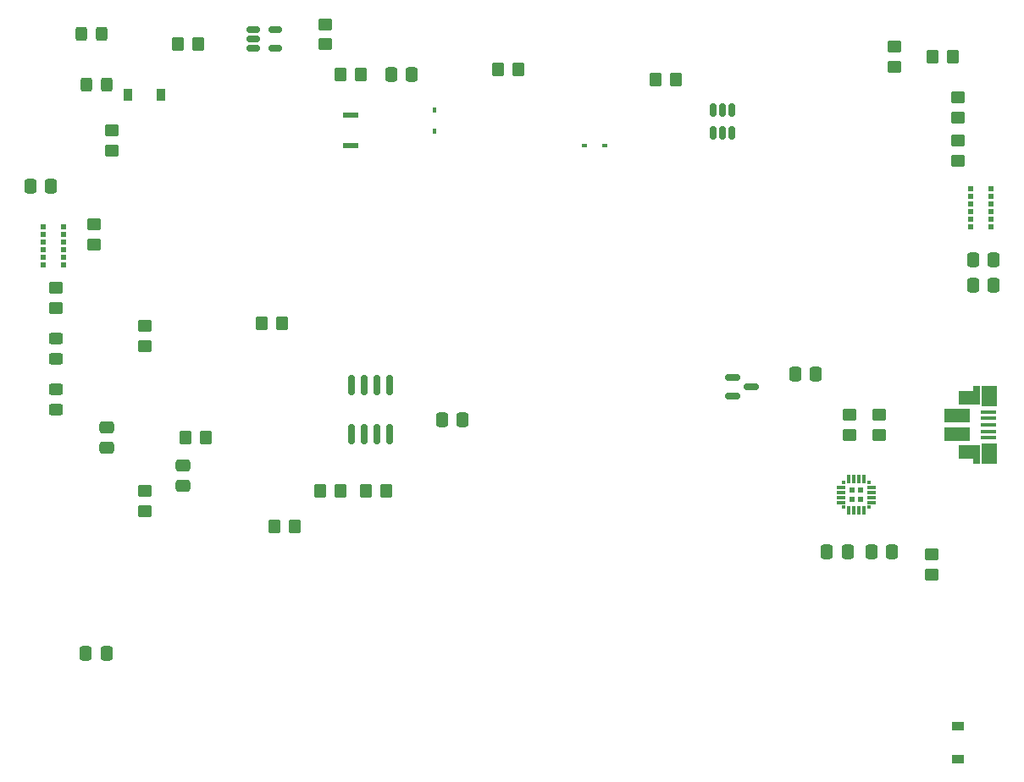
<source format=gbr>
%TF.GenerationSoftware,KiCad,Pcbnew,(6.0.4)*%
%TF.CreationDate,2022-04-22T00:13:30+02:00*%
%TF.ProjectId,main,6d61696e-2e6b-4696-9361-645f70636258,rev?*%
%TF.SameCoordinates,Original*%
%TF.FileFunction,Paste,Top*%
%TF.FilePolarity,Positive*%
%FSLAX46Y46*%
G04 Gerber Fmt 4.6, Leading zero omitted, Abs format (unit mm)*
G04 Created by KiCad (PCBNEW (6.0.4)) date 2022-04-22 00:13:30*
%MOMM*%
%LPD*%
G01*
G04 APERTURE LIST*
G04 Aperture macros list*
%AMRoundRect*
0 Rectangle with rounded corners*
0 $1 Rounding radius*
0 $2 $3 $4 $5 $6 $7 $8 $9 X,Y pos of 4 corners*
0 Add a 4 corners polygon primitive as box body*
4,1,4,$2,$3,$4,$5,$6,$7,$8,$9,$2,$3,0*
0 Add four circle primitives for the rounded corners*
1,1,$1+$1,$2,$3*
1,1,$1+$1,$4,$5*
1,1,$1+$1,$6,$7*
1,1,$1+$1,$8,$9*
0 Add four rect primitives between the rounded corners*
20,1,$1+$1,$2,$3,$4,$5,0*
20,1,$1+$1,$4,$5,$6,$7,0*
20,1,$1+$1,$6,$7,$8,$9,0*
20,1,$1+$1,$8,$9,$2,$3,0*%
G04 Aperture macros list end*
%ADD10RoundRect,0.250000X-0.350000X-0.450000X0.350000X-0.450000X0.350000X0.450000X-0.350000X0.450000X0*%
%ADD11RoundRect,0.250000X-0.337500X-0.475000X0.337500X-0.475000X0.337500X0.475000X-0.337500X0.475000X0*%
%ADD12RoundRect,0.250000X-0.450000X0.350000X-0.450000X-0.350000X0.450000X-0.350000X0.450000X0.350000X0*%
%ADD13RoundRect,0.250000X0.337500X0.475000X-0.337500X0.475000X-0.337500X-0.475000X0.337500X-0.475000X0*%
%ADD14RoundRect,0.150000X-0.512500X-0.150000X0.512500X-0.150000X0.512500X0.150000X-0.512500X0.150000X0*%
%ADD15R,0.600000X0.550000*%
%ADD16RoundRect,0.250000X0.450000X-0.350000X0.450000X0.350000X-0.450000X0.350000X-0.450000X-0.350000X0*%
%ADD17RoundRect,0.250000X0.350000X0.450000X-0.350000X0.450000X-0.350000X-0.450000X0.350000X-0.450000X0*%
%ADD18RoundRect,0.250000X-0.450000X0.325000X-0.450000X-0.325000X0.450000X-0.325000X0.450000X0.325000X0*%
%ADD19RoundRect,0.250000X0.325000X0.450000X-0.325000X0.450000X-0.325000X-0.450000X0.325000X-0.450000X0*%
%ADD20RoundRect,0.250000X-0.475000X0.337500X-0.475000X-0.337500X0.475000X-0.337500X0.475000X0.337500X0*%
%ADD21R,1.650000X0.400000*%
%ADD22R,2.500000X1.430000*%
%ADD23R,2.000000X1.350000*%
%ADD24R,0.700000X1.825000*%
%ADD25R,1.500000X2.000000*%
%ADD26RoundRect,0.250000X-0.325000X-0.450000X0.325000X-0.450000X0.325000X0.450000X-0.325000X0.450000X0*%
%ADD27R,0.540000X0.540000*%
%ADD28R,0.300000X0.300000*%
%ADD29R,0.300000X0.900000*%
%ADD30R,0.900000X0.300000*%
%ADD31RoundRect,0.150000X0.150000X-0.512500X0.150000X0.512500X-0.150000X0.512500X-0.150000X-0.512500X0*%
%ADD32R,1.500000X0.500000*%
%ADD33R,1.200000X0.900000*%
%ADD34R,0.900000X1.200000*%
%ADD35R,0.600000X0.450000*%
%ADD36RoundRect,0.250000X0.450000X-0.325000X0.450000X0.325000X-0.450000X0.325000X-0.450000X-0.325000X0*%
%ADD37RoundRect,0.150000X-0.150000X0.825000X-0.150000X-0.825000X0.150000X-0.825000X0.150000X0.825000X0*%
%ADD38RoundRect,0.150000X-0.587500X-0.150000X0.587500X-0.150000X0.587500X0.150000X-0.587500X0.150000X0*%
%ADD39R,0.450000X0.600000*%
G04 APERTURE END LIST*
D10*
%TO.C,R18*%
X161052000Y-110744000D03*
X163052000Y-110744000D03*
%TD*%
D11*
%TO.C,C8*%
X226292500Y-90170000D03*
X228367500Y-90170000D03*
%TD*%
D12*
%TO.C,R6*%
X216945000Y-103140000D03*
X216945000Y-105140000D03*
%TD*%
D10*
%TO.C,R3*%
X163068000Y-69088000D03*
X165068000Y-69088000D03*
%TD*%
D12*
%TO.C,R13*%
X140208000Y-74692000D03*
X140208000Y-76692000D03*
%TD*%
%TO.C,R4*%
X143510000Y-94250000D03*
X143510000Y-96250000D03*
%TD*%
D10*
%TO.C,R19*%
X165624000Y-110744000D03*
X167624000Y-110744000D03*
%TD*%
D13*
%TO.C,C12*%
X175281500Y-103632000D03*
X173206500Y-103632000D03*
%TD*%
D14*
%TO.C,U4*%
X154310500Y-64582000D03*
X154310500Y-65532000D03*
X154310500Y-66482000D03*
X156585500Y-66482000D03*
X156585500Y-64582000D03*
%TD*%
D11*
%TO.C,C1*%
X208512500Y-99060000D03*
X210587500Y-99060000D03*
%TD*%
%TO.C,C7*%
X226292500Y-87630000D03*
X228367500Y-87630000D03*
%TD*%
D15*
%TO.C,U6*%
X226060000Y-80530000D03*
X226060000Y-81280000D03*
X226060000Y-82030000D03*
X226060000Y-82780000D03*
X226060000Y-83530000D03*
X226060000Y-84280000D03*
X228060000Y-84280000D03*
X228060000Y-83530000D03*
X228060000Y-82780000D03*
X228060000Y-82030000D03*
X228060000Y-81280000D03*
X228060000Y-80530000D03*
%TD*%
D11*
%TO.C,C10*%
X211687500Y-116840000D03*
X213762500Y-116840000D03*
%TD*%
D16*
%TO.C,R11*%
X224790000Y-77708000D03*
X224790000Y-75708000D03*
%TD*%
D17*
%TO.C,R12*%
X148844000Y-66040000D03*
X146844000Y-66040000D03*
%TD*%
D12*
%TO.C,R8*%
X213995000Y-103140000D03*
X213995000Y-105140000D03*
%TD*%
D10*
%TO.C,R7*%
X156480000Y-114300000D03*
X158480000Y-114300000D03*
%TD*%
D18*
%TO.C,D8*%
X134620000Y-95495000D03*
X134620000Y-97545000D03*
%TD*%
D19*
%TO.C,D6*%
X139709000Y-70104000D03*
X137659000Y-70104000D03*
%TD*%
D15*
%TO.C,U3*%
X133350000Y-84340000D03*
X133350000Y-85090000D03*
X133350000Y-85840000D03*
X133350000Y-86590000D03*
X133350000Y-87340000D03*
X133350000Y-88090000D03*
X135350000Y-88090000D03*
X135350000Y-87340000D03*
X135350000Y-86590000D03*
X135350000Y-85840000D03*
X135350000Y-85090000D03*
X135350000Y-84340000D03*
%TD*%
D16*
%TO.C,R5*%
X134620000Y-92440000D03*
X134620000Y-90440000D03*
%TD*%
%TO.C,R22*%
X222199200Y-119094000D03*
X222199200Y-117094000D03*
%TD*%
D20*
%TO.C,C6*%
X147320000Y-108182500D03*
X147320000Y-110257500D03*
%TD*%
D10*
%TO.C,R1*%
X178832000Y-68580000D03*
X180832000Y-68580000D03*
%TD*%
%TO.C,R2*%
X194580000Y-69596000D03*
X196580000Y-69596000D03*
%TD*%
D16*
%TO.C,R9*%
X138430000Y-86090000D03*
X138430000Y-84090000D03*
%TD*%
%TO.C,R24*%
X143510000Y-112760000D03*
X143510000Y-110760000D03*
%TD*%
D21*
%TO.C,J5*%
X227825000Y-102815000D03*
X227825000Y-103465000D03*
X227825000Y-104115000D03*
X227825000Y-104765000D03*
X227825000Y-105415000D03*
D22*
X224675000Y-103155000D03*
D23*
X225875000Y-106865000D03*
D24*
X226625000Y-101165000D03*
D22*
X224675000Y-105075000D03*
D25*
X227925000Y-101265000D03*
D23*
X225875000Y-101385000D03*
D24*
X226625000Y-107115000D03*
D25*
X227945000Y-107015000D03*
%TD*%
D10*
%TO.C,R15*%
X147590000Y-105410000D03*
X149590000Y-105410000D03*
%TD*%
D16*
%TO.C,R20*%
X224790000Y-73390000D03*
X224790000Y-71390000D03*
%TD*%
D12*
%TO.C,R23*%
X161544000Y-64040000D03*
X161544000Y-66040000D03*
%TD*%
D26*
%TO.C,D5*%
X137151000Y-65024000D03*
X139201000Y-65024000D03*
%TD*%
D27*
%TO.C,U7*%
X214180000Y-110675000D03*
X214180000Y-111575000D03*
X215080000Y-110675000D03*
X215080000Y-111575000D03*
D28*
X213380000Y-112375000D03*
D29*
X213880000Y-112675000D03*
X214380000Y-112675000D03*
X214880000Y-112675000D03*
X215380000Y-112675000D03*
D28*
X215880000Y-112375000D03*
D30*
X216180000Y-111875000D03*
X216180000Y-111375000D03*
X216180000Y-110875000D03*
X216180000Y-110375000D03*
D28*
X215880000Y-109875000D03*
D29*
X215380000Y-109575000D03*
X214880000Y-109575000D03*
X214380000Y-109575000D03*
X213880000Y-109575000D03*
D28*
X213380000Y-109875000D03*
D30*
X213080000Y-110375000D03*
X213080000Y-110875000D03*
X213080000Y-111375000D03*
X213080000Y-111875000D03*
%TD*%
D17*
%TO.C,R21*%
X224250000Y-67310000D03*
X222250000Y-67310000D03*
%TD*%
D31*
%TO.C,U1*%
X200284000Y-74919000D03*
X201234000Y-74919000D03*
X202184000Y-74919000D03*
X202184000Y-72644000D03*
X201234000Y-72644000D03*
X200284000Y-72644000D03*
%TD*%
D32*
%TO.C,D4*%
X164084000Y-73176000D03*
X164084000Y-76176000D03*
%TD*%
D33*
%TO.C,D13*%
X224790000Y-137540000D03*
X224790000Y-134240000D03*
%TD*%
D10*
%TO.C,R14*%
X155210000Y-93980000D03*
X157210000Y-93980000D03*
%TD*%
D11*
%TO.C,C4*%
X132058500Y-80264000D03*
X134133500Y-80264000D03*
%TD*%
D34*
%TO.C,D1*%
X141860000Y-71120000D03*
X145160000Y-71120000D03*
%TD*%
D12*
%TO.C,R10*%
X218440000Y-66310000D03*
X218440000Y-68310000D03*
%TD*%
D35*
%TO.C,D12*%
X189518000Y-76200000D03*
X187418000Y-76200000D03*
%TD*%
D11*
%TO.C,C2*%
X137625000Y-127000000D03*
X139700000Y-127000000D03*
%TD*%
D36*
%TO.C,D9*%
X134620000Y-102625000D03*
X134620000Y-100575000D03*
%TD*%
D11*
%TO.C,C3*%
X168148000Y-69088000D03*
X170223000Y-69088000D03*
%TD*%
D37*
%TO.C,U5*%
X167956000Y-100141000D03*
X166686000Y-100141000D03*
X165416000Y-100141000D03*
X164146000Y-100141000D03*
X164146000Y-105091000D03*
X165416000Y-105091000D03*
X166686000Y-105091000D03*
X167956000Y-105091000D03*
%TD*%
D11*
%TO.C,C9*%
X216132500Y-116840000D03*
X218207500Y-116840000D03*
%TD*%
D38*
%TO.C,U2*%
X202262500Y-99380000D03*
X202262500Y-101280000D03*
X204137500Y-100330000D03*
%TD*%
D39*
%TO.C,D7*%
X172461000Y-74710000D03*
X172461000Y-72610000D03*
%TD*%
D20*
%TO.C,C5*%
X139700000Y-104372500D03*
X139700000Y-106447500D03*
%TD*%
M02*

</source>
